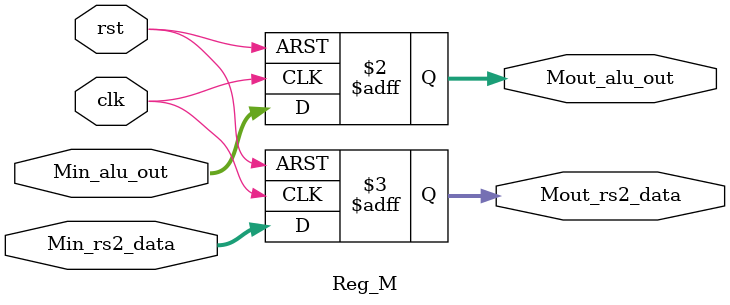
<source format=v>
module Reg_M (
input clk,
input rst,
input [31:0] Min_alu_out,
input [31:0] Min_rs2_data,
output reg [31:0] Mout_alu_out,
output reg [31:0] Mout_rs2_data
);

always @ (posedge clk or posedge rst) begin
    if (rst) begin
        Mout_alu_out <= 32'd0;                         // initialize
        Mout_rs2_data <= 32'd0;
    end
    else begin
        Mout_alu_out <= Min_alu_out;
        Mout_rs2_data <= Min_rs2_data;
    end
end

endmodule
</source>
